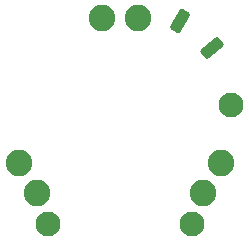
<source format=gbr>
%TF.GenerationSoftware,KiCad,Pcbnew,7.0.10*%
%TF.CreationDate,2024-05-01T04:54:26-07:00*%
%TF.ProjectId,bbsolderingTest,6262736f-6c64-4657-9269-6e6754657374,rev?*%
%TF.SameCoordinates,Original*%
%TF.FileFunction,Soldermask,Top*%
%TF.FilePolarity,Negative*%
%FSLAX46Y46*%
G04 Gerber Fmt 4.6, Leading zero omitted, Abs format (unit mm)*
G04 Created by KiCad (PCBNEW 7.0.10) date 2024-05-01 04:54:26*
%MOMM*%
%LPD*%
G01*
G04 APERTURE LIST*
G04 Aperture macros list*
%AMRoundRect*
0 Rectangle with rounded corners*
0 $1 Rounding radius*
0 $2 $3 $4 $5 $6 $7 $8 $9 X,Y pos of 4 corners*
0 Add a 4 corners polygon primitive as box body*
4,1,4,$2,$3,$4,$5,$6,$7,$8,$9,$2,$3,0*
0 Add four circle primitives for the rounded corners*
1,1,$1+$1,$2,$3*
1,1,$1+$1,$4,$5*
1,1,$1+$1,$6,$7*
1,1,$1+$1,$8,$9*
0 Add four rect primitives between the rounded corners*
20,1,$1+$1,$2,$3,$4,$5,0*
20,1,$1+$1,$4,$5,$6,$7,0*
20,1,$1+$1,$6,$7,$8,$9,0*
20,1,$1+$1,$8,$9,$2,$3,0*%
G04 Aperture macros list end*
%ADD10C,2.250000*%
%ADD11C,2.100000*%
%ADD12RoundRect,0.250000X-0.591506X-0.524519X-0.158494X-0.774519X0.591506X0.524519X0.158494X0.774519X0*%
%ADD13RoundRect,0.250000X-0.735230X-0.290580X-0.413836X-0.673602X0.735230X0.290580X0.413836X0.673602X0*%
G04 APERTURE END LIST*
D10*
%TO.C,REF\u002A\u002A*%
X1500000Y9000000D03*
%TD*%
D11*
%TO.C,REF\u002A\u002A*%
X9347200Y1676400D03*
%TD*%
D10*
%TO.C,REF\u002A\u002A2*%
X-8544229Y-3200400D03*
%TD*%
%TO.C,REF\u002A\u002A3*%
X7044229Y-5799038D03*
%TD*%
%TO.C,REF\u002A\u002A1*%
X-7044229Y-5799038D03*
%TD*%
D12*
%TO.C,J1*%
X5054600Y8754823D03*
%TD*%
D11*
%TO.C,REF\u002A\u002A*%
X6087988Y-8387821D03*
%TD*%
D10*
%TO.C,REF\u002A\u002A*%
X-1500000Y9000000D03*
%TD*%
D13*
%TO.C,J2*%
X7744097Y6498067D03*
%TD*%
D10*
%TO.C,REF\u002A\u002A4*%
X8544229Y-3200962D03*
%TD*%
D11*
%TO.C,REF\u002A\u002A*%
X-6096000Y-8382000D03*
%TD*%
M02*

</source>
